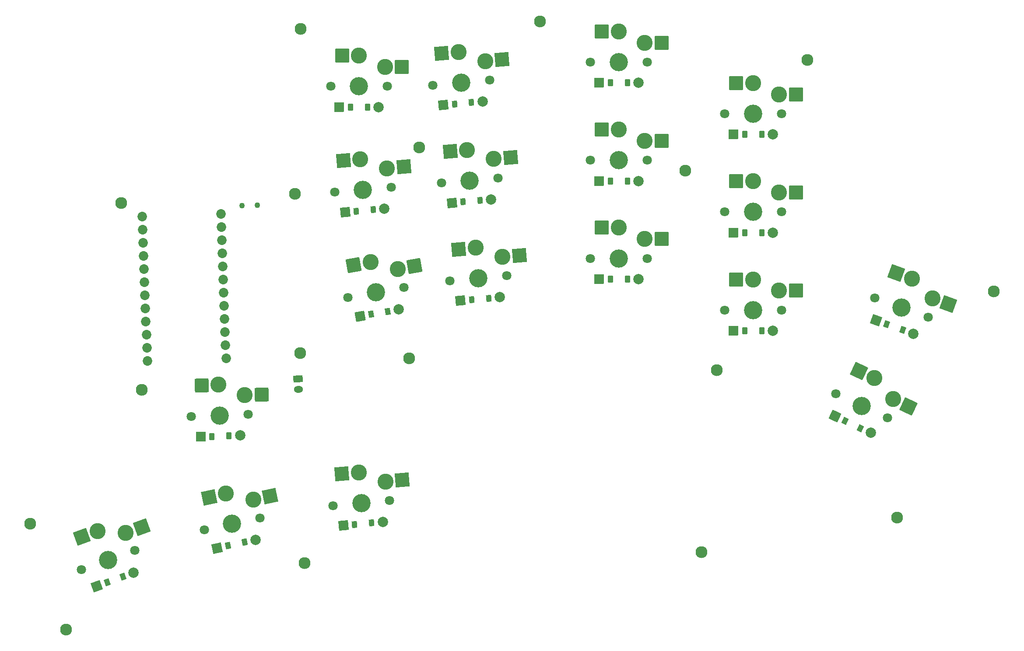
<source format=gbr>
%TF.GenerationSoftware,KiCad,Pcbnew,8.0.6*%
%TF.CreationDate,2025-01-06T03:58:56-07:00*%
%TF.ProjectId,right_circuit,72696768-745f-4636-9972-637569742e6b,v1.0.0*%
%TF.SameCoordinates,Original*%
%TF.FileFunction,Soldermask,Bot*%
%TF.FilePolarity,Negative*%
%FSLAX46Y46*%
G04 Gerber Fmt 4.6, Leading zero omitted, Abs format (unit mm)*
G04 Created by KiCad (PCBNEW 8.0.6) date 2025-01-06 03:58:56*
%MOMM*%
%LPD*%
G01*
G04 APERTURE LIST*
G04 Aperture macros list*
%AMRoundRect*
0 Rectangle with rounded corners*
0 $1 Rounding radius*
0 $2 $3 $4 $5 $6 $7 $8 $9 X,Y pos of 4 corners*
0 Add a 4 corners polygon primitive as box body*
4,1,4,$2,$3,$4,$5,$6,$7,$8,$9,$2,$3,0*
0 Add four circle primitives for the rounded corners*
1,1,$1+$1,$2,$3*
1,1,$1+$1,$4,$5*
1,1,$1+$1,$6,$7*
1,1,$1+$1,$8,$9*
0 Add four rect primitives between the rounded corners*
20,1,$1+$1,$2,$3,$4,$5,0*
20,1,$1+$1,$4,$5,$6,$7,0*
20,1,$1+$1,$6,$7,$8,$9,0*
20,1,$1+$1,$8,$9,$2,$3,0*%
%AMHorizOval*
0 Thick line with rounded ends*
0 $1 width*
0 $2 $3 position (X,Y) of the first rounded end (center of the circle)*
0 $4 $5 position (X,Y) of the second rounded end (center of the circle)*
0 Add line between two ends*
20,1,$1,$2,$3,$4,$5,0*
0 Add two circle primitives to create the rounded ends*
1,1,$1,$2,$3*
1,1,$1,$4,$5*%
G04 Aperture macros list end*
%ADD10C,2.300000*%
%ADD11C,1.100000*%
%ADD12C,1.801800*%
%ADD13C,3.100000*%
%ADD14C,3.529000*%
%ADD15RoundRect,0.050000X-1.300000X-1.300000X1.300000X-1.300000X1.300000X1.300000X-1.300000X1.300000X0*%
%ADD16RoundRect,0.050000X-0.808136X-0.963099X0.963099X-0.808136X0.808136X0.963099X-0.963099X0.808136X0*%
%ADD17RoundRect,0.050000X-0.395994X-0.636937X0.500581X-0.558497X0.395994X0.636937X-0.500581X0.558497X0*%
%ADD18C,2.005000*%
%ADD19RoundRect,0.050000X-0.531331X-1.139443X1.139443X-0.531331X0.531331X1.139443X-1.139443X0.531331X0*%
%ADD20RoundRect,0.050000X-0.217650X-0.717725X0.628074X-0.409907X0.217650X0.717725X-0.628074X0.409907X0*%
%ADD21RoundRect,0.050000X-0.684740X-1.054407X1.054407X-0.684740X0.684740X1.054407X-1.054407X0.684740X0*%
%ADD22RoundRect,0.050000X-0.315419X-0.680449X0.564913X-0.493328X0.315419X0.680449X-0.564913X0.493328X0*%
%ADD23RoundRect,0.050000X-1.181751X-1.408356X1.408356X-1.181751X1.181751X1.408356X-1.408356X1.181751X0*%
%ADD24RoundRect,0.050000X-0.889000X-0.889000X0.889000X-0.889000X0.889000X0.889000X-0.889000X0.889000X0*%
%ADD25RoundRect,0.050000X-0.450000X-0.600000X0.450000X-0.600000X0.450000X0.600000X-0.450000X0.600000X0*%
%ADD26C,1.852600*%
%ADD27RoundRect,0.050000X-1.139443X-0.531331X0.531331X-1.139443X1.139443X0.531331X-0.531331X1.139443X0*%
%ADD28RoundRect,0.050000X-0.628074X-0.409907X0.217650X-0.717725X0.628074X0.409907X-0.217650X0.717725X0*%
%ADD29RoundRect,0.050000X-0.776974X-1.666227X1.666227X-0.776974X0.776974X1.666227X-1.666227X0.776974X0*%
%ADD30RoundRect,0.050000X-1.253839X-1.344577X1.344577X-1.253839X1.253839X1.344577X-1.344577X1.253839X0*%
%ADD31RoundRect,0.050000X-1.001307X-1.541877X1.541877X-1.001307X1.001307X1.541877X-1.541877X1.001307X0*%
%ADD32RoundRect,0.050000X-0.721121X-1.029867X1.029867X-0.721121X0.721121X1.029867X-1.029867X0.721121X0*%
%ADD33RoundRect,0.050000X-0.338975X-0.669026X0.547352X-0.512743X0.338975X0.669026X-0.547352X0.512743X0*%
%ADD34RoundRect,0.050000X-0.857433X-0.919484X0.919484X-0.857433X0.857433X0.919484X-0.919484X0.857433X0*%
%ADD35RoundRect,0.050000X-0.428786X-0.615339X0.470666X-0.583930X0.428786X0.615339X-0.470666X0.583930X0*%
%ADD36RoundRect,0.050000X-1.727604X-0.628796X0.628796X-1.727604X1.727604X0.628796X-0.628796X1.727604X0*%
%ADD37RoundRect,0.050000X-1.054507X-1.505993X1.505993X-1.054507X1.054507X1.505993X-1.505993X1.054507X0*%
%ADD38RoundRect,0.050000X-0.870422X0.569970X-0.828543X-0.629299X0.870422X-0.569970X0.828543X0.629299X0*%
%ADD39HorizOval,1.300000X-0.249848X-0.008725X0.249848X0.008725X0*%
%ADD40RoundRect,0.050000X-1.666227X-0.776974X0.776974X-1.666227X1.666227X0.776974X-0.776974X1.666227X0*%
%ADD41RoundRect,0.050000X-1.181415X-0.430000X0.430000X-1.181415X1.181415X0.430000X-0.430000X1.181415X0*%
%ADD42RoundRect,0.050000X-0.661409X-0.353606X0.154268X-0.733963X0.661409X0.353606X-0.154268X0.733963X0*%
G04 APERTURE END LIST*
D10*
%TO.C,MH1*%
X175170000Y-105160000D03*
%TD*%
%TO.C,MH1*%
X173220000Y-145950000D03*
%TD*%
%TO.C,MH1*%
X152150000Y-144930000D03*
%TD*%
%TO.C,MH1*%
X226680000Y-109670000D03*
%TD*%
%TO.C,MH1*%
X232800000Y-148230000D03*
%TD*%
%TO.C,MH1*%
X229820000Y-183520000D03*
%TD*%
%TO.C,MH1*%
X152990000Y-185560000D03*
%TD*%
%TO.C,MH1*%
X106860000Y-198470000D03*
%TD*%
%TO.C,MH1*%
X99960000Y-177980000D03*
%TD*%
%TO.C,MH1*%
X121520000Y-152050000D03*
%TD*%
%TO.C,MH1*%
X117540000Y-115920000D03*
%TD*%
%TO.C,MH1*%
X151120000Y-114140000D03*
%TD*%
%TO.C,MH1*%
X152280000Y-82240000D03*
%TD*%
%TO.C,MH1*%
X198610000Y-80790000D03*
%TD*%
%TO.C,MH1*%
X250340000Y-88220000D03*
%TD*%
%TO.C,MH1*%
X267700000Y-176760000D03*
%TD*%
D11*
%TO.C,T1*%
X140907050Y-116412551D03*
X143905222Y-116307853D03*
%TD*%
D12*
%TO.C,S14*%
X234314112Y-136646223D03*
D13*
X239814112Y-130696223D03*
D14*
X239814112Y-136646223D03*
D13*
X244814112Y-132896223D03*
D12*
X245314112Y-136646223D03*
D15*
X236539112Y-130696223D03*
X248089112Y-132896223D03*
%TD*%
D16*
%TO.C,D9*%
X181530084Y-115885440D03*
D17*
X183681865Y-115697184D03*
X186969307Y-115409570D03*
D18*
X189121088Y-115221314D03*
%TD*%
D19*
%TO.C,D1*%
X112787852Y-190061868D03*
D20*
X114817588Y-189323104D03*
X117918574Y-188194438D03*
D18*
X119948310Y-187455674D03*
%TD*%
D21*
%TO.C,D2*%
X136104905Y-182704735D03*
D22*
X138217703Y-182255644D03*
X141445591Y-181569536D03*
D18*
X143558389Y-181120445D03*
%TD*%
D12*
%TO.C,S12*%
X208314112Y-107646223D03*
D13*
X213814112Y-101696223D03*
D14*
X213814112Y-107646223D03*
D13*
X218814112Y-103896223D03*
D12*
X219314112Y-107646223D03*
D15*
X210539112Y-101696223D03*
X222089112Y-103896223D03*
%TD*%
D12*
%TO.C,S15*%
X234314112Y-117646223D03*
D13*
X239814112Y-111696223D03*
D14*
X239814112Y-117646223D03*
D13*
X244814112Y-113896223D03*
D12*
X245314112Y-117646223D03*
D15*
X236539112Y-111696223D03*
X248089112Y-113896223D03*
%TD*%
D12*
%TO.C,S6*%
X158828957Y-113845161D03*
D13*
X163789451Y-107438446D03*
D14*
X164308028Y-113365804D03*
D13*
X168962167Y-109194295D03*
D12*
X169787099Y-112886447D03*
D23*
X160526914Y-107723881D03*
X172224705Y-108908860D03*
%TD*%
D12*
%TO.C,S10*%
X177841933Y-93120256D03*
D13*
X182802427Y-86713541D03*
D14*
X183321004Y-92640899D03*
D13*
X187975143Y-88469390D03*
D12*
X188800075Y-92161542D03*
D23*
X179539890Y-86998976D03*
X191237681Y-88183955D03*
%TD*%
D24*
%TO.C,D14*%
X236004112Y-140646223D03*
D25*
X238164112Y-140646223D03*
X241464112Y-140646223D03*
D18*
X243624112Y-140646223D03*
%TD*%
D24*
%TO.C,D11*%
X210004112Y-130646223D03*
D25*
X212164112Y-130646223D03*
X215464112Y-130646223D03*
D18*
X217624112Y-130646223D03*
%TD*%
D24*
%TO.C,D13*%
X210004112Y-92646223D03*
D25*
X212164112Y-92646223D03*
X215464112Y-92646223D03*
D18*
X217624112Y-92646223D03*
%TD*%
D16*
%TO.C,D10*%
X179874125Y-96957741D03*
D17*
X182025906Y-96769485D03*
X185313348Y-96481871D03*
D18*
X187465129Y-96293615D03*
%TD*%
D26*
%TO.C,MCU1*%
X136849129Y-118040279D03*
X136937774Y-120578732D03*
X137026419Y-123117184D03*
X137115063Y-125655637D03*
X137203708Y-128194090D03*
X137292353Y-130732542D03*
X137380997Y-133270995D03*
X137469642Y-135809448D03*
X137558287Y-138347901D03*
X137646932Y-140886353D03*
X137735576Y-143424806D03*
X137824221Y-145963259D03*
X122593505Y-146495127D03*
X122504860Y-143956674D03*
X122416215Y-141418222D03*
X122327571Y-138879769D03*
X122238926Y-136341316D03*
X122150281Y-133802864D03*
X122061637Y-131264411D03*
X121972992Y-128725958D03*
X121884347Y-126187505D03*
X121795702Y-123649053D03*
X121707058Y-121110600D03*
X121618413Y-118572147D03*
%TD*%
D24*
%TO.C,D7*%
X159751108Y-97354754D03*
D25*
X161911108Y-97354754D03*
X165211108Y-97354754D03*
D18*
X167371108Y-97354754D03*
%TD*%
D12*
%TO.C,S4*%
X158520929Y-174479357D03*
D13*
X163481423Y-168072642D03*
D14*
X164000000Y-174000000D03*
D13*
X168654139Y-169828491D03*
D12*
X169479071Y-173520643D03*
D23*
X160218886Y-168358077D03*
X171916677Y-169543056D03*
%TD*%
D27*
%TO.C,D18*%
X263590872Y-138625697D03*
D28*
X265620608Y-139364461D03*
X268721594Y-140493127D03*
D18*
X270751330Y-141231891D03*
%TD*%
D16*
%TO.C,D6*%
X160861149Y-117682645D03*
D17*
X163012930Y-117494389D03*
X166300372Y-117206775D03*
D18*
X168452153Y-117018519D03*
%TD*%
D12*
%TO.C,S1*%
X109831691Y-186881111D03*
D13*
X112964980Y-179408829D03*
D14*
X115000000Y-185000000D03*
D13*
X118415888Y-179766052D03*
D12*
X120168309Y-183118889D03*
D29*
X109887487Y-180528945D03*
X121493381Y-178645936D03*
%TD*%
D12*
%TO.C,S7*%
X158061108Y-93354754D03*
D13*
X163561108Y-87404754D03*
D14*
X163561108Y-93354754D03*
D13*
X168561108Y-89604754D03*
D12*
X169061108Y-93354754D03*
D15*
X160286108Y-87404754D03*
X171836108Y-89604754D03*
%TD*%
D12*
%TO.C,S16*%
X234314112Y-98646223D03*
D13*
X239814112Y-92696223D03*
D14*
X239814112Y-98646223D03*
D13*
X244814112Y-94896223D03*
D12*
X245314112Y-98646223D03*
D15*
X236539112Y-92696223D03*
X248089112Y-94896223D03*
%TD*%
D24*
%TO.C,D15*%
X236004112Y-121646223D03*
D25*
X238164112Y-121646223D03*
X241464112Y-121646223D03*
D18*
X243624112Y-121646223D03*
%TD*%
D16*
%TO.C,D4*%
X160553121Y-178316842D03*
D17*
X162704902Y-178128586D03*
X165992344Y-177840972D03*
D18*
X168144125Y-177652716D03*
%TD*%
D12*
%TO.C,S3*%
X131093500Y-157235024D03*
D13*
X136382498Y-151096702D03*
D14*
X136590150Y-157043077D03*
D13*
X141456231Y-153120864D03*
D12*
X142086800Y-156851130D03*
D30*
X133109493Y-151210997D03*
X144729236Y-153006568D03*
%TD*%
D12*
%TO.C,S2*%
X133620188Y-179143514D03*
D13*
X137762925Y-172180022D03*
D14*
X139000000Y-178000000D03*
D13*
X143111069Y-173292388D03*
D12*
X144379812Y-176856486D03*
D31*
X134559492Y-172860933D03*
X146314503Y-172611477D03*
%TD*%
D32*
%TO.C,D5*%
X163738656Y-137836438D03*
D33*
X165865843Y-137461357D03*
X169115709Y-136888319D03*
D18*
X171242896Y-136513238D03*
%TD*%
D34*
%TO.C,D3*%
X132922069Y-161173607D03*
D35*
X135080753Y-161098224D03*
X138378743Y-160983056D03*
D18*
X140537427Y-160907673D03*
%TD*%
D12*
%TO.C,S9*%
X179497892Y-112047955D03*
D13*
X184458386Y-105641240D03*
D14*
X184976963Y-111568598D03*
D13*
X189631102Y-107397089D03*
D12*
X190456034Y-111089241D03*
D23*
X181195849Y-105926675D03*
X192893640Y-107111654D03*
%TD*%
D10*
%TO.C,MH1*%
X286350000Y-132990000D03*
%TD*%
D24*
%TO.C,D12*%
X210004112Y-111646223D03*
D25*
X212164112Y-111646223D03*
X215464112Y-111646223D03*
D18*
X217624112Y-111646223D03*
%TD*%
D16*
%TO.C,D8*%
X183186043Y-134813139D03*
D17*
X185337824Y-134624883D03*
X188625266Y-134337269D03*
D18*
X190777047Y-134149013D03*
%TD*%
D12*
%TO.C,S17*%
X255797122Y-152847551D03*
D13*
X263296394Y-149779420D03*
D14*
X260781815Y-155171951D03*
D13*
X266898172Y-153886388D03*
D12*
X265766508Y-157496351D03*
D36*
X260328236Y-148395345D03*
X269866330Y-155270463D03*
%TD*%
D24*
%TO.C,D16*%
X236004112Y-102646223D03*
D25*
X238164112Y-102646223D03*
X241464112Y-102646223D03*
D18*
X243624112Y-102646223D03*
%TD*%
D12*
%TO.C,S5*%
X161379741Y-134190672D03*
D13*
X165762977Y-127376001D03*
D14*
X166796184Y-133235607D03*
D13*
X171069042Y-128674337D03*
D12*
X172212627Y-132280542D03*
D37*
X162537732Y-127944699D03*
X174294287Y-128105639D03*
%TD*%
D38*
%TO.C,JST1*%
X151763614Y-149975105D03*
D39*
X151833402Y-151973887D03*
%TD*%
D12*
%TO.C,S18*%
X263370873Y-134288912D03*
D13*
X270574202Y-130578852D03*
D14*
X268539182Y-136170023D03*
D13*
X274520221Y-134356276D03*
D12*
X273707491Y-138051134D03*
D40*
X267496709Y-129458736D03*
X277597714Y-135476392D03*
%TD*%
D41*
%TO.C,D17*%
X255638309Y-157187006D03*
D42*
X257595934Y-158099862D03*
X260586750Y-159494502D03*
D18*
X262544375Y-160407358D03*
%TD*%
D12*
%TO.C,S11*%
X208314112Y-126646223D03*
D13*
X213814112Y-120696223D03*
D14*
X213814112Y-126646223D03*
D13*
X218814112Y-122896223D03*
D12*
X219314112Y-126646223D03*
D15*
X210539112Y-120696223D03*
X222089112Y-122896223D03*
%TD*%
D12*
%TO.C,S13*%
X208314112Y-88646223D03*
D13*
X213814112Y-82696223D03*
D14*
X213814112Y-88646223D03*
D13*
X218814112Y-84896223D03*
D12*
X219314112Y-88646223D03*
D15*
X210539112Y-82696223D03*
X222089112Y-84896223D03*
%TD*%
D12*
%TO.C,S8*%
X181153851Y-130975654D03*
D13*
X186114345Y-124568939D03*
D14*
X186632922Y-130496297D03*
D13*
X191287061Y-126324788D03*
D12*
X192111993Y-130016940D03*
D23*
X182851808Y-124854374D03*
X194549599Y-126039353D03*
%TD*%
M02*

</source>
